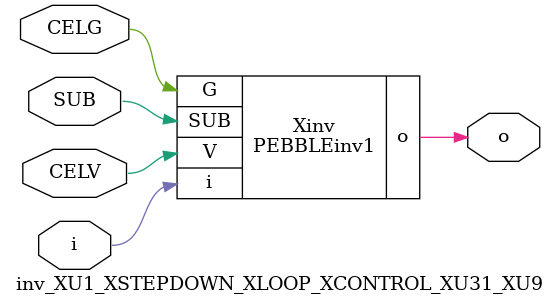
<source format=v>



module PEBBLEinv1 ( o, G, SUB, V, i );

  input V;
  input i;
  input G;
  output o;
  input SUB;
endmodule

//Celera Confidential Do Not Copy inv_XU1_XSTEPDOWN_XLOOP_XCONTROL_XU31_XU9
//Celera Confidential Symbol Generator
//5V Inverter
module inv_XU1_XSTEPDOWN_XLOOP_XCONTROL_XU31_XU9 (CELV,CELG,i,o,SUB);
input CELV;
input CELG;
input i;
input SUB;
output o;

//Celera Confidential Do Not Copy inv
PEBBLEinv1 Xinv(
.V (CELV),
.i (i),
.o (o),
.SUB (SUB),
.G (CELG)
);
//,diesize,PEBBLEinv1

//Celera Confidential Do Not Copy Module End
//Celera Schematic Generator
endmodule

</source>
